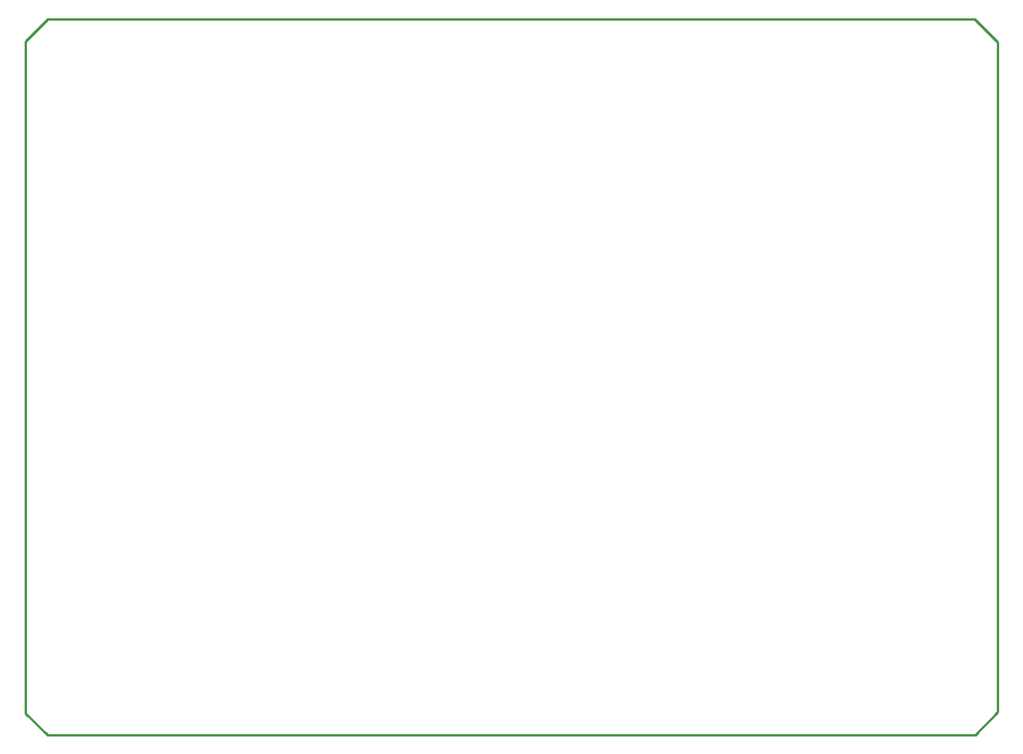
<source format=gko>
G04*
G04 #@! TF.GenerationSoftware,Altium Limited,Altium Designer,21.0.8 (223)*
G04*
G04 Layer_Color=16711935*
%FSAX25Y25*%
%MOIN*%
G70*
G04*
G04 #@! TF.SameCoordinates,E9B5AFCA-11DB-46D5-B1A1-4708AB9E7353*
G04*
G04*
G04 #@! TF.FilePolarity,Positive*
G04*
G01*
G75*
%ADD12C,0.01000*%
D12*
X0107110Y0104947D02*
Y0386680D01*
X0116514Y0396084D01*
X0505431D01*
X0515110Y0386405D01*
Y0105190D02*
Y0386405D01*
X0505644Y0095724D02*
X0515110Y0105190D01*
X0116221Y0095724D02*
X0505644D01*
X0107110Y0104835D02*
X0116221Y0095724D01*
X0107110Y0104835D02*
Y0105060D01*
M02*

</source>
